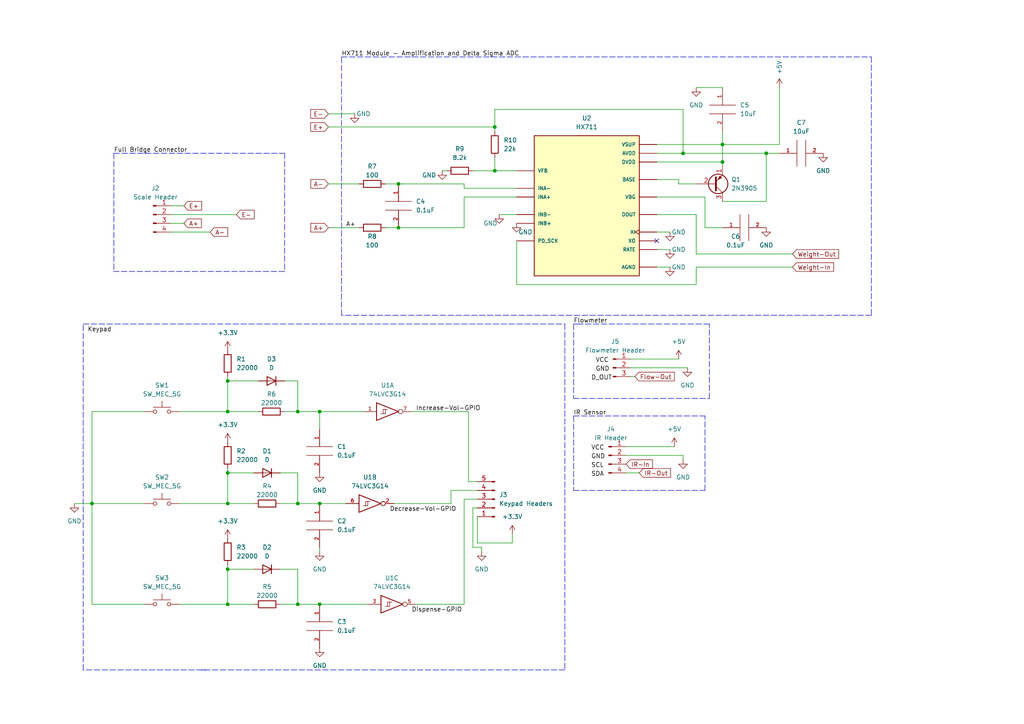
<source format=kicad_sch>
(kicad_sch (version 20211123) (generator eeschema)
  (paper "A4")
  (lib_symbols
    (symbol "74xGxx:74LVC3G14" (pin_names (offset 1.016))
      (property "Reference" "U" (at -2.54 3.81 0))
      (property "Value" "74LVC3G14" (at 0 -3.81 0))
      (symbol "74LVC3G14_0_1"
        (polyline (pts (xy -1.905 -0.635) (xy -1.27 -0.635) (xy -1.27 0.635)))
        (polyline (pts (xy -3.81 2.54) (xy -3.81 -2.54) (xy 2.54 0) (xy -3.81 2.54)) (stroke (width 0.254)))
        (polyline (pts (xy -2.54 -0.635) (xy -1.905 -0.635) (xy -1.905 0.635) (xy -0.635 0.635)))
        (pin power_in line (at 0 -2.54 270) (length 0) hide (name "GND") (number "4"))
        (pin power_in line (at 0 2.54 90) (length 0) hide (name "VCC") (number "8"))
      )
      (symbol "74LVC3G14_1_1"
        (pin input line (at -7.62 0 0) (length 3.81) (name "~") (number "1"))
        (pin output inverted (at 6.35 0 180) (length 3.81) (name "~") (number "7"))
      )
      (symbol "74LVC3G14_2_1"
        (pin output inverted (at 6.35 0 180) (length 3.81) (name "~") (number "2"))
        (pin input line (at -7.62 0 0) (length 3.81) (name "~") (number "6"))
      )
      (symbol "74LVC3G14_3_1"
        (pin input line (at -7.62 0 0) (length 3.81) (name "~") (number "3"))
        (pin output inverted (at 6.35 0 180) (length 3.81) (name "~") (number "5"))
      )
    )
    (symbol "Connector:Conn_01x03_Male" (pin_names (offset 1.016) hide)
      (property "Reference" "J" (at 0 5.08 0))
      (property "Value" "Conn_01x03_Male" (at 0 -5.08 0))
      (symbol "Conn_01x03_Male_1_1"
        (polyline (pts (xy 1.27 -2.54) (xy 0.8636 -2.54)) (stroke (width 0.1524)))
        (polyline (pts (xy 1.27 0) (xy 0.8636 0)) (stroke (width 0.1524)))
        (polyline (pts (xy 1.27 2.54) (xy 0.8636 2.54)) (stroke (width 0.1524)))
        (rectangle (start 0.8636 -2.413) (end 0 -2.667) (stroke (width 0.1524)) (fill (type outline)))
        (rectangle (start 0.8636 0.127) (end 0 -0.127) (stroke (width 0.1524)) (fill (type outline)))
        (rectangle (start 0.8636 2.667) (end 0 2.413) (stroke (width 0.1524)) (fill (type outline)))
        (pin passive line (at 5.08 2.54 180) (length 3.81) (name "Pin_1") (number "1"))
        (pin passive line (at 5.08 0 180) (length 3.81) (name "Pin_2") (number "2"))
        (pin passive line (at 5.08 -2.54 180) (length 3.81) (name "Pin_3") (number "3"))
      )
    )
    (symbol "Connector:Conn_01x04_Male" (pin_names (offset 1.016) hide)
      (property "Reference" "J" (at 0 5.08 0))
      (property "Value" "Conn_01x04_Male" (at 0 -7.62 0))
      (symbol "Conn_01x04_Male_1_1"
        (polyline (pts (xy 1.27 -5.08) (xy 0.8636 -5.08)) (stroke (width 0.1524)))
        (polyline (pts (xy 1.27 -2.54) (xy 0.8636 -2.54)) (stroke (width 0.1524)))
        (polyline (pts (xy 1.27 0) (xy 0.8636 0)) (stroke (width 0.1524)))
        (polyline (pts (xy 1.27 2.54) (xy 0.8636 2.54)) (stroke (width 0.1524)))
        (rectangle (start 0.8636 -4.953) (end 0 -5.207) (stroke (width 0.1524)) (fill (type outline)))
        (rectangle (start 0.8636 -2.413) (end 0 -2.667) (stroke (width 0.1524)) (fill (type outline)))
        (rectangle (start 0.8636 0.127) (end 0 -0.127) (stroke (width 0.1524)) (fill (type outline)))
        (rectangle (start 0.8636 2.667) (end 0 2.413) (stroke (width 0.1524)) (fill (type outline)))
        (pin passive line (at 5.08 2.54 180) (length 3.81) (name "Pin_1") (number "1"))
        (pin passive line (at 5.08 0 180) (length 3.81) (name "Pin_2") (number "2"))
        (pin passive line (at 5.08 -2.54 180) (length 3.81) (name "Pin_3") (number "3"))
        (pin passive line (at 5.08 -5.08 180) (length 3.81) (name "Pin_4") (number "4"))
      )
    )
    (symbol "Connector:Conn_01x05_Male" (pin_names (offset 1.016) hide)
      (property "Reference" "J" (at 0 7.62 0))
      (property "Value" "Conn_01x05_Male" (at 0 -7.62 0))
      (symbol "Conn_01x05_Male_1_1"
        (polyline (pts (xy 1.27 -5.08) (xy 0.8636 -5.08)) (stroke (width 0.1524)))
        (polyline (pts (xy 1.27 -2.54) (xy 0.8636 -2.54)) (stroke (width 0.1524)))
        (polyline (pts (xy 1.27 0) (xy 0.8636 0)) (stroke (width 0.1524)))
        (polyline (pts (xy 1.27 2.54) (xy 0.8636 2.54)) (stroke (width 0.1524)))
        (polyline (pts (xy 1.27 5.08) (xy 0.8636 5.08)) (stroke (width 0.1524)))
        (rectangle (start 0.8636 -4.953) (end 0 -5.207) (stroke (width 0.1524)) (fill (type outline)))
        (rectangle (start 0.8636 -2.413) (end 0 -2.667) (stroke (width 0.1524)) (fill (type outline)))
        (rectangle (start 0.8636 0.127) (end 0 -0.127) (stroke (width 0.1524)) (fill (type outline)))
        (rectangle (start 0.8636 2.667) (end 0 2.413) (stroke (width 0.1524)) (fill (type outline)))
        (rectangle (start 0.8636 5.207) (end 0 4.953) (stroke (width 0.1524)) (fill (type outline)))
        (pin passive line (at 5.08 5.08 180) (length 3.81) (name "Pin_1") (number "1"))
        (pin passive line (at 5.08 2.54 180) (length 3.81) (name "Pin_2") (number "2"))
        (pin passive line (at 5.08 0 180) (length 3.81) (name "Pin_3") (number "3"))
        (pin passive line (at 5.08 -2.54 180) (length 3.81) (name "Pin_4") (number "4"))
        (pin passive line (at 5.08 -5.08 180) (length 3.81) (name "Pin_5") (number "5"))
      )
    )
    (symbol "Device:D" (pin_numbers hide) (pin_names (offset 1.016) hide)
      (property "Reference" "D" (at 0 2.54 0))
      (property "Value" "D" (at 0 -2.54 0))
      (symbol "D_0_1"
        (polyline (pts (xy -1.27 1.27) (xy -1.27 -1.27)) (stroke (width 0.254)))
        (polyline (pts (xy 1.27 0) (xy -1.27 0)))
        (polyline (pts (xy 1.27 1.27) (xy 1.27 -1.27) (xy -1.27 0) (xy 1.27 1.27)) (stroke (width 0.254)))
      )
      (symbol "D_1_1"
        (pin passive line (at -3.81 0 0) (length 2.54) (name "K") (number "1"))
        (pin passive line (at 3.81 0 180) (length 2.54) (name "A") (number "2"))
      )
    )
    (symbol "Device:R" (pin_numbers hide) (pin_names (offset 0))
      (property "Reference" "R" (at 2.032 0 90))
      (property "Value" "R" (at 0 0 90))
      (symbol "R_0_1"
        (rectangle (start -1.016 -2.54) (end 1.016 2.54) (stroke (width 0.254)))
      )
      (symbol "R_1_1"
        (pin passive line (at 0 3.81 270) (length 1.27) (name "~") (number "1"))
        (pin passive line (at 0 -3.81 90) (length 1.27) (name "~") (number "2"))
      )
    )
    (symbol "HX711_1" (pin_numbers hide) (pin_names (offset 1.016))
      (property "Reference" "U" (at -15.24 22.86 0))
      (property "Value" "HX711_1" (at -15.24 -25.4 0))
      (symbol "HX711_1_0_0"
        (rectangle (start -15.24 -20.32) (end 15.24 20.32) (stroke (width 0.254)) (fill (type background)))
        (pin power_in line (at 20.32 17.78 180) (length 5.08) (name "VSUP") (number "1"))
        (pin input line (at -20.32 -5.08 0) (length 5.08) (name "INB+") (number "10"))
        (pin input line (at -20.32 -10.16 0) (length 5.08) (name "PD_SCK") (number "11"))
        (pin output line (at 20.32 -2.54 180) (length 5.08) (name "DOUT") (number "12"))
        (pin output line (at 20.32 -10.16 180) (length 5.08) (name "XO") (number "13"))
        (pin input clock (at 20.32 -7.62 180) (length 5.08) (name "XI") (number "14"))
        (pin input line (at 20.32 -12.7 180) (length 5.08) (name "RATE") (number "15"))
        (pin power_in line (at 20.32 12.7 180) (length 5.08) (name "DVDD") (number "16"))
        (pin output line (at 20.32 7.62 180) (length 5.08) (name "BASE") (number "2"))
        (pin power_in line (at 20.32 15.24 180) (length 5.08) (name "AVDD") (number "3"))
        (pin input line (at -20.32 10.16 0) (length 5.08) (name "VFB") (number "4"))
        (pin power_in line (at 20.32 -17.78 180) (length 5.08) (name "AGND") (number "5"))
        (pin output line (at 20.32 2.54 180) (length 5.08) (name "VBG") (number "6"))
        (pin input line (at -20.32 5.08 0) (length 5.08) (name "INA-") (number "7"))
        (pin input line (at -20.32 2.54 0) (length 5.08) (name "INA+") (number "8"))
        (pin input line (at -20.32 -2.54 0) (length 5.08) (name "INB-") (number "9"))
      )
    )
    (symbol "Switch:SW_MEC_5G" (pin_numbers hide) (pin_names (offset 1.016) hide)
      (property "Reference" "SW" (at 1.27 2.54 0))
      (property "Value" "SW_MEC_5G" (at 0 -1.524 0))
      (symbol "SW_MEC_5G_0_1"
        (circle (center -2.032 0) (radius 0.508))
        (polyline (pts (xy 0 1.27) (xy 0 3.048)))
        (polyline (pts (xy 2.54 1.27) (xy -2.54 1.27)))
        (circle (center 2.032 0) (radius 0.508))
        (pin passive line (at -5.08 0 0) (length 2.54) (name "A") (number "1"))
        (pin passive line (at 5.08 0 180) (length 2.54) (name "B") (number "3"))
      )
      (symbol "SW_MEC_5G_1_1"
        (pin passive line (at -5.08 0 0) (length 2.54) hide (name "A") (number "2"))
        (pin passive line (at 5.08 0 180) (length 2.54) hide (name "B") (number "4"))
      )
    )
    (symbol "Transistor_BJT:2N3905" (pin_names (offset 0) hide)
      (property "Reference" "Q" (at 5.08 1.905 0))
      (property "Value" "2N3905" (at 5.08 0 0))
      (symbol "2N3905_0_1"
        (polyline (pts (xy 0.635 0.635) (xy 2.54 2.54)))
        (polyline (pts (xy 0.635 -0.635) (xy 2.54 -2.54) (xy 2.54 -2.54)))
        (polyline (pts (xy 0.635 1.905) (xy 0.635 -1.905) (xy 0.635 -1.905)) (stroke (width 0.508)))
        (polyline (pts (xy 2.286 -1.778) (xy 1.778 -2.286) (xy 1.27 -1.27) (xy 2.286 -1.778) (xy 2.286 -1.778)) (fill (type outline)))
        (circle (center 1.27 0) (radius 2.8194) (stroke (width 0.254)))
      )
      (symbol "2N3905_1_1"
        (pin passive line (at 2.54 -5.08 90) (length 2.54) (name "E") (number "1"))
        (pin input line (at -5.08 0 0) (length 5.715) (name "B") (number "2"))
        (pin passive line (at 2.54 5.08 270) (length 2.54) (name "C") (number "3"))
      )
    )
    (symbol "power:+3.3V" (power) (pin_names (offset 0))
      (property "Value" "+3.3V" (at 0 3.556 0))
      (symbol "+3.3V_0_1"
        (polyline (pts (xy -0.762 1.27) (xy 0 2.54)))
        (polyline (pts (xy 0 0) (xy 0 2.54)))
        (polyline (pts (xy 0 2.54) (xy 0.762 1.27)))
      )
      (symbol "+3.3V_1_1"
        (pin power_in line (at 0 0 90) (length 0) hide (name "+3.3V") (number "1"))
      )
    )
    (symbol "power:+5V" (power) (pin_names (offset 0))
      (property "Value" "+5V" (at 0 3.556 0))
      (symbol "+5V_0_1"
        (polyline (pts (xy -0.762 1.27) (xy 0 2.54)))
        (polyline (pts (xy 0 0) (xy 0 2.54)))
        (polyline (pts (xy 0 2.54) (xy 0.762 1.27)))
      )
      (symbol "+5V_1_1"
        (pin power_in line (at 0 0 90) (length 0) hide (name "+5V") (number "1"))
      )
    )
    (symbol "power:GND" (power) (pin_names (offset 0))
      (property "Value" "GND" (at 0 -3.81 0))
      (symbol "GND_0_1"
        (polyline (pts (xy 0 0) (xy 0 -1.27) (xy 1.27 -1.27) (xy 0 -2.54) (xy -1.27 -1.27) (xy 0 -1.27)))
      )
      (symbol "GND_1_1"
        (pin power_in line (at 0 0 270) (length 0) hide (name "GND") (number "1"))
      )
    )
    (symbol "pspice:CAP" (pin_names (offset 0.254))
      (property "Reference" "C" (at 2.54 3.81 90))
      (property "Value" "CAP" (at 2.54 -3.81 90))
      (symbol "CAP_0_1"
        (polyline (pts (xy -3.81 -1.27) (xy 3.81 -1.27)))
        (polyline (pts (xy -3.81 1.27) (xy 3.81 1.27)))
      )
      (symbol "CAP_1_1"
        (pin passive line (at 0 6.35 270) (length 5.08) (name "~") (number "1"))
        (pin passive line (at 0 -6.35 90) (length 5.08) (name "~") (number "2"))
      )
    )
  )
  (junction (at 92.71 146.05))
  (junction (at 86.36 119.38))
  (junction (at 209.55 41.91))
  (junction (at 86.36 175.26))
  (junction (at 66.04 110.49))
  (junction (at 66.04 119.38))
  (junction (at 222.25 44.45))
  (junction (at 66.04 165.1))
  (junction (at 66.04 175.26))
  (junction (at 86.36 146.05))
  (junction (at 198.12 44.45))
  (junction (at 66.04 137.16))
  (junction (at 143.51 36.83))
  (junction (at 115.57 66.04))
  (junction (at 209.55 46.99))
  (junction (at 26.67 146.05))
  (junction (at 143.51 49.53))
  (junction (at 115.57 53.34))
  (junction (at 92.71 119.38))
  (junction (at 92.71 175.26))
  (junction (at 66.04 146.05))
  (no_connect (at 190.5 69.85))
  (wire (pts (xy 194.31 77.47) (xy 190.5 77.47)))
  (wire (pts (xy 181.61 129.54) (xy 195.58 129.54)))
  (wire (pts (xy 137.16 147.32) (xy 137.16 158.75)))
  (wire (pts (xy 66.04 165.1) (xy 66.04 175.26)))
  (wire (pts (xy 26.67 119.38) (xy 26.67 146.05)))
  (wire (pts (xy 194.31 67.31) (xy 190.5 67.31)))
  (polyline (pts (xy 24.13 194.31) (xy 24.13 93.98)))
  (wire (pts (xy 196.85 53.34) (xy 196.85 52.07)))
  (wire (pts (xy 86.36 146.05) (xy 92.71 146.05)))
  (wire (pts (xy 190.5 57.15) (xy 204.47 57.15)))
  (wire (pts (xy 201.93 25.4) (xy 209.55 25.4)))
  (wire (pts (xy 134.62 54.61) (xy 149.86 54.61)))
  (wire (pts (xy 143.51 49.53) (xy 149.86 49.53)))
  (wire (pts (xy 92.71 119.38) (xy 105.41 119.38)))
  (wire (pts (xy 26.67 175.26) (xy 41.91 175.26)))
  (polyline (pts (xy 204.47 142.24) (xy 204.47 120.65)))
  (wire (pts (xy 134.62 53.34) (xy 134.62 54.61)))
  (wire (pts (xy 196.85 52.07) (xy 190.5 52.07)))
  (wire (pts (xy 49.53 67.31) (xy 60.96 67.31)))
  (wire (pts (xy 190.5 44.45) (xy 198.12 44.45)))
  (wire (pts (xy 52.07 175.26) (xy 66.04 175.26)))
  (wire (pts (xy 182.88 104.14) (xy 196.85 104.14)))
  (wire (pts (xy 86.36 119.38) (xy 92.71 119.38)))
  (wire (pts (xy 148.59 154.94) (xy 148.59 157.48)))
  (wire (pts (xy 226.06 41.91) (xy 226.06 25.4)))
  (wire (pts (xy 66.04 175.26) (xy 73.66 175.26)))
  (wire (pts (xy 190.5 62.23) (xy 201.93 62.23)))
  (wire (pts (xy 182.88 106.68) (xy 199.39 106.68)))
  (wire (pts (xy 86.36 137.16) (xy 86.36 146.05)))
  (wire (pts (xy 66.04 119.38) (xy 74.93 119.38)))
  (polyline (pts (xy 163.83 93.98) (xy 163.83 194.31)))
  (wire (pts (xy 66.04 146.05) (xy 73.66 146.05)))
  (wire (pts (xy 66.04 137.16) (xy 73.66 137.16)))
  (wire (pts (xy 143.51 45.72) (xy 143.51 49.53)))
  (wire (pts (xy 49.53 59.69) (xy 53.34 59.69)))
  (wire (pts (xy 81.28 137.16) (xy 86.36 137.16)))
  (polyline (pts (xy 82.55 78.74) (xy 33.02 78.74)))
  (wire (pts (xy 144.78 62.23) (xy 149.86 62.23)))
  (wire (pts (xy 138.43 149.86) (xy 138.43 157.48)))
  (wire (pts (xy 204.47 66.04) (xy 209.55 66.04)))
  (wire (pts (xy 66.04 165.1) (xy 73.66 165.1)))
  (wire (pts (xy 95.25 66.04) (xy 104.14 66.04)))
  (wire (pts (xy 181.61 137.16) (xy 185.42 137.16)))
  (wire (pts (xy 130.81 142.24) (xy 138.43 142.24)))
  (polyline (pts (xy 24.13 93.98) (xy 163.83 93.98)))
  (wire (pts (xy 190.5 46.99) (xy 209.55 46.99)))
  (wire (pts (xy 143.51 31.75) (xy 143.51 36.83)))
  (wire (pts (xy 137.16 158.75) (xy 139.7 158.75)))
  (wire (pts (xy 201.93 53.34) (xy 196.85 53.34)))
  (wire (pts (xy 209.55 41.91) (xy 209.55 46.99)))
  (wire (pts (xy 81.28 175.26) (xy 86.36 175.26)))
  (polyline (pts (xy 166.37 120.65) (xy 204.47 120.65)))
  (wire (pts (xy 201.93 82.55) (xy 201.93 77.47)))
  (polyline (pts (xy 82.55 44.45) (xy 82.55 78.74)))
  (wire (pts (xy 134.62 144.78) (xy 138.43 144.78)))
  (polyline (pts (xy 167.64 93.98) (xy 166.37 93.98)))
  (wire (pts (xy 66.04 110.49) (xy 74.93 110.49)))
  (wire (pts (xy 222.25 44.45) (xy 222.25 58.42)))
  (polyline (pts (xy 166.37 115.57) (xy 205.74 115.57)))
  (wire (pts (xy 134.62 57.15) (xy 149.86 57.15)))
  (wire (pts (xy 209.55 58.42) (xy 222.25 58.42)))
  (wire (pts (xy 209.55 46.99) (xy 209.55 48.26)))
  (wire (pts (xy 92.71 119.38) (xy 92.71 124.46)))
  (wire (pts (xy 66.04 137.16) (xy 66.04 146.05)))
  (wire (pts (xy 119.38 119.38) (xy 135.89 119.38)))
  (polyline (pts (xy 33.02 44.45) (xy 33.02 78.74)))
  (wire (pts (xy 135.89 139.7) (xy 138.43 139.7)))
  (wire (pts (xy 52.07 119.38) (xy 66.04 119.38)))
  (wire (pts (xy 128.27 49.53) (xy 129.54 49.53)))
  (wire (pts (xy 86.36 165.1) (xy 86.36 175.26)))
  (polyline (pts (xy 163.83 194.31) (xy 24.13 194.31)))
  (wire (pts (xy 26.67 146.05) (xy 26.67 175.26)))
  (wire (pts (xy 86.36 175.26) (xy 92.71 175.26)))
  (wire (pts (xy 66.04 165.1) (xy 66.04 163.83)))
  (wire (pts (xy 115.57 53.34) (xy 134.62 53.34)))
  (wire (pts (xy 139.7 158.75) (xy 139.7 160.02)))
  (wire (pts (xy 26.67 146.05) (xy 41.91 146.05)))
  (wire (pts (xy 194.31 72.39) (xy 190.5 72.39)))
  (polyline (pts (xy 59.69 194.31) (xy 58.42 194.31)))
  (wire (pts (xy 138.43 147.32) (xy 137.16 147.32)))
  (wire (pts (xy 81.28 146.05) (xy 86.36 146.05)))
  (wire (pts (xy 95.25 36.83) (xy 143.51 36.83)))
  (wire (pts (xy 134.62 175.26) (xy 134.62 144.78)))
  (polyline (pts (xy 99.06 16.51) (xy 252.73 16.51)))
  (polyline (pts (xy 166.37 120.65) (xy 166.37 142.24)))
  (wire (pts (xy 81.28 165.1) (xy 86.36 165.1)))
  (polyline (pts (xy 205.74 93.98) (xy 167.64 93.98)))
  (wire (pts (xy 115.57 66.04) (xy 134.62 66.04)))
  (wire (pts (xy 95.25 33.02) (xy 102.87 33.02)))
  (polyline (pts (xy 97.79 17.78) (xy 97.79 17.78)))
  (polyline (pts (xy 33.02 44.45) (xy 82.55 44.45)))
  (wire (pts (xy 134.62 66.04) (xy 134.62 57.15)))
  (wire (pts (xy 49.53 62.23) (xy 68.58 62.23)))
  (wire (pts (xy 149.86 82.55) (xy 201.93 82.55)))
  (wire (pts (xy 135.89 119.38) (xy 135.89 139.7)))
  (wire (pts (xy 130.81 146.05) (xy 130.81 142.24)))
  (wire (pts (xy 209.55 41.91) (xy 226.06 41.91)))
  (polyline (pts (xy 205.74 115.57) (xy 205.74 93.98)))
  (wire (pts (xy 137.16 49.53) (xy 143.51 49.53)))
  (wire (pts (xy 66.04 110.49) (xy 66.04 119.38)))
  (wire (pts (xy 182.88 109.22) (xy 184.15 109.22)))
  (wire (pts (xy 92.71 158.75) (xy 92.71 160.02)))
  (wire (pts (xy 190.5 41.91) (xy 209.55 41.91)))
  (wire (pts (xy 198.12 44.45) (xy 222.25 44.45)))
  (wire (pts (xy 92.71 146.05) (xy 100.33 146.05)))
  (wire (pts (xy 181.61 132.08) (xy 198.12 132.08)))
  (polyline (pts (xy 99.06 91.44) (xy 99.06 16.51)))
  (wire (pts (xy 49.53 64.77) (xy 53.34 64.77)))
  (wire (pts (xy 111.76 53.34) (xy 115.57 53.34)))
  (polyline (pts (xy 252.73 16.51) (xy 252.73 91.44)))
  (wire (pts (xy 138.43 157.48) (xy 148.59 157.48)))
  (wire (pts (xy 41.91 119.38) (xy 26.67 119.38)))
  (wire (pts (xy 120.65 175.26) (xy 134.62 175.26)))
  (wire (pts (xy 201.93 62.23) (xy 201.93 73.66)))
  (wire (pts (xy 222.25 44.45) (xy 226.06 44.45)))
  (wire (pts (xy 86.36 110.49) (xy 86.36 119.38)))
  (wire (pts (xy 66.04 137.16) (xy 66.04 135.89)))
  (wire (pts (xy 66.04 110.49) (xy 66.04 109.22)))
  (wire (pts (xy 82.55 110.49) (xy 86.36 110.49)))
  (wire (pts (xy 92.71 175.26) (xy 106.68 175.26)))
  (wire (pts (xy 198.12 132.08) (xy 198.12 133.35)))
  (wire (pts (xy 111.76 66.04) (xy 115.57 66.04)))
  (wire (pts (xy 52.07 146.05) (xy 66.04 146.05)))
  (wire (pts (xy 201.93 73.66) (xy 229.87 73.66)))
  (wire (pts (xy 114.3 146.05) (xy 130.81 146.05)))
  (polyline (pts (xy 166.37 93.98) (xy 166.37 115.57)))
  (wire (pts (xy 82.55 119.38) (xy 86.36 119.38)))
  (polyline (pts (xy 252.73 91.44) (xy 99.06 91.44)))
  (wire (pts (xy 201.93 77.47) (xy 229.87 77.47)))
  (wire (pts (xy 143.51 31.75) (xy 198.12 31.75)))
  (wire (pts (xy 21.59 146.05) (xy 26.67 146.05)))
  (wire (pts (xy 209.55 38.1) (xy 209.55 41.91)))
  (polyline (pts (xy 166.37 142.24) (xy 204.47 142.24)))
  (wire (pts (xy 149.86 69.85) (xy 149.86 82.55)))
  (wire (pts (xy 143.51 36.83) (xy 143.51 38.1)))
  (wire (pts (xy 204.47 57.15) (xy 204.47 66.04)))
  (wire (pts (xy 198.12 31.75) (xy 198.12 44.45)))
  (wire (pts (xy 95.25 53.34) (xy 104.14 53.34)))
  (label "Flowmeter" (at 166.37 93.98 0))
  (label "Decrease-Vol-GPIO" (at 113.03 148.59 0))
  (label "HX711 Module - Amplification and Delta Sigma ADC" (at 99.06 16.51 0))
  (label "Increase-Vol-GPIO" (at 120.65 119.38 0))
  (label "IR Sensor" (at 166.37 120.65 0))
  (label "D_OUT" (at 171.45 110.49 0))
  (label "SCL" (at 171.45 135.89 0))
  (label "Full Bridge Connector" (at 33.02 44.45 0))
  (label "Keypad" (at 25.4 96.52 0))
  (label "VCC" (at 171.45 130.81 0))
  (label "GND" (at 171.45 133.35 0))
  (label "VCC" (at 172.72 105.41 0))
  (label "GND" (at 172.72 107.95 0))
  (label "A+" (at 100.33 66.04 0))
  (label "Dispense-GPIO" (at 119.38 177.8 0))
  (label "SDA" (at 171.45 138.43 0))
  (global_label "IR-Out" (shape input) (at 185.42 137.16 0) (property "Intersheet References" "${INTERSHEET_REFS}" (effects hide)))
  (global_label "A+" (shape input) (at 53.34 64.77 0) (property "Intersheet References" "${INTERSHEET_REFS}" (effects hide)))
  (global_label "E-" (shape input) (at 95.25 33.02 180) (property "Intersheet References" "${INTERSHEET_REFS}" (effects hide)))
  (global_label "Weight-Out" (shape input) (at 229.87 73.66 0) (property "Intersheet References" "${INTERSHEET_REFS}" (effects hide)))
  (global_label "IR-In" (shape input) (at 181.61 134.62 0) (property "Intersheet References" "${INTERSHEET_REFS}" (effects hide)))
  (global_label "E-" (shape input) (at 68.58 62.23 0) (property "Intersheet References" "${INTERSHEET_REFS}" (effects hide)))
  (global_label "E+" (shape input) (at 53.34 59.69 0) (property "Intersheet References" "${INTERSHEET_REFS}" (effects hide)))
  (global_label "Flow-Out" (shape input) (at 184.15 109.22 0) (property "Intersheet References" "${INTERSHEET_REFS}" (effects hide)))
  (global_label "A-" (shape input) (at 60.96 67.31 0) (property "Intersheet References" "${INTERSHEET_REFS}" (effects hide)))
  (global_label "A+" (shape input) (at 95.25 66.04 180) (property "Intersheet References" "${INTERSHEET_REFS}" (effects hide)))
  (global_label "E+" (shape input) (at 95.25 36.83 180) (property "Intersheet References" "${INTERSHEET_REFS}" (effects hide)))
  (global_label "A-" (shape input) (at 95.25 53.34 180) (property "Intersheet References" "${INTERSHEET_REFS}" (effects hide)))
  (global_label "Weight-In" (shape input) (at 229.87 77.47 0) (property "Intersheet References" "${INTERSHEET_REFS}" (effects hide)))
  (symbol (lib_id "power:+3.3V") (at 66.04 128.27 0) (unit 1)
    (property "Reference" "#PWR05" (effects hide))
    (property "Value" "+3.3V" (at 66.04 123.19 0))
  )
  (symbol (lib_id "Device:R") (at 66.04 160.02 0) (unit 1)
    (property "Reference" "R3" (at 68.58 158.7499 0) (effects (justify left)))
    (property "Value" "22000" (at 68.58 161.2899 0) (effects (justify left)))
    (property "Footprint" "Resistor_SMD:R_0603_1608Metric_Pad0.98x0.95mm_HandSolder" (effects hide))
  )
  (symbol (lib_id "Connector:Conn_01x04_Male") (at 44.45 62.23 0) (unit 1)
    (property "Reference" "J2" (at 45.085 54.61 0))
    (property "Value" "Scale Header" (at 45.085 57.15 0))
    (property "Footprint" "Connector_Molex:Molex_KK-396_A-41791-0004_1x04_P3.96mm_Vertical" (effects hide))
  )
  (symbol (lib_id "74xGxx:74LVC3G14") (at 113.03 119.38 0) (unit 1)
    (property "Reference" "U1" (at 112.395 111.76 0))
    (property "Value" "74LVC3G14" (at 112.395 114.3 0))
    (property "Footprint" "Package_SO:MSOP-8_3x3mm_P0.65mm" (effects hide))
    (property "Datasheet" "https://www.ti.com/lit/ds/symlink/sn74lvc3g14.pdf" (effects hide))
  )
  (symbol (lib_id "Device:R") (at 143.51 41.91 0) (unit 1)
    (property "Reference" "R10" (at 146.05 40.6399 0) (effects (justify left)))
    (property "Value" "22k" (at 146.05 43.1799 0) (effects (justify left)))
    (property "Footprint" "Resistor_SMD:R_0603_1608Metric_Pad0.98x0.95mm_HandSolder" (effects hide))
  )
  (symbol (lib_id "power:+3.3V") (at 66.04 156.21 0) (unit 1)
    (property "Reference" "#PWR06" (effects hide))
    (property "Value" "+3.3V" (at 66.04 151.13 0))
  )
  (symbol (lib_id "power:GND") (at 201.93 25.4 0) (unit 1)
    (property "Reference" "#PWR023" (effects hide))
    (property "Value" "GND" (at 201.93 30.48 0))
  )
  (symbol (lib_id "pspice:CAP") (at 115.57 59.69 0) (unit 1)
    (property "Reference" "C4" (at 120.65 58.4199 0) (effects (justify left)))
    (property "Value" "0.1uF" (at 120.65 60.9599 0) (effects (justify left)))
    (property "Footprint" "Capacitor_SMD:C_0603_1608Metric_Pad1.08x0.95mm_HandSolder" (effects hide))
  )
  (symbol (lib_id "power:GND") (at 194.31 77.47 0) (unit 1)
    (property "Reference" "#PWR018" (effects hide))
    (property "Value" "GND" (at 196.85 77.47 0))
  )
  (symbol (lib_id "Transistor_BJT:2N3905") (at 207.01 53.34 0) (mirror x) (unit 1)
    (property "Reference" "Q1" (at 212.09 52.0699 0) (effects (justify left)))
    (property "Value" "2N3905" (at 212.09 54.6099 0) (effects (justify left)))
    (property "Footprint" "Library:SOT-23_Handsoldering" (effects hide))
    (property "Datasheet" "https://www.nteinc.com/specs/original/2N3905_06.pdf" (effects hide))
  )
  (symbol (lib_id "power:GND") (at 198.12 133.35 0) (unit 1)
    (property "Reference" "#PWR021" (effects hide))
    (property "Value" "GND" (at 198.12 138.43 0))
  )
  (symbol (lib_id "Switch:SW_MEC_5G") (at 46.99 119.38 0) (unit 1)
    (property "Reference" "SW1" (at 46.99 111.76 0))
    (property "Value" "SW_MEC_5G" (at 46.99 114.3 0))
    (property "Footprint" "Button_Switch_THT:KSA_Tactile_SPST" (effects hide))
    (property "Datasheet" "http://www.apem.com/int/index.php?controller=attachment&id_attachment=488" (effects hide))
  )
  (symbol (lib_id "power:GND") (at 21.59 146.05 0) (unit 1)
    (property "Reference" "#PWR01" (effects hide))
    (property "Value" "GND" (at 21.59 151.13 0))
  )
  (symbol (lib_id "74xGxx:74LVC3G14") (at 107.95 146.05 0) (unit 2)
    (property "Reference" "U1" (at 107.315 138.43 0))
    (property "Value" "74LVC3G14" (at 107.315 140.97 0))
    (property "Footprint" "Package_SO:MSOP-8_3x3mm_P0.65mm" (effects hide))
    (property "Datasheet" "https://www.ti.com/lit/ds/symlink/sn74lvc3g14.pdf" (effects hide))
  )
  (symbol (lib_id "74xGxx:74LVC3G14") (at 114.3 175.26 0) (unit 3)
    (property "Reference" "U1" (at 113.665 167.64 0))
    (property "Value" "74LVC3G14" (at 113.665 170.18 0))
    (property "Footprint" "Package_SO:MSOP-8_3x3mm_P0.65mm" (effects hide))
    (property "Datasheet" "https://www.ti.com/lit/ds/symlink/sn74lvc3g14.pdf" (effects hide))
  )
  (symbol (lib_id "Device:R") (at 77.47 146.05 270) (unit 1)
    (property "Reference" "R4" (at 77.47 140.97 90))
    (property "Value" "22000" (at 77.47 143.51 90))
    (property "Footprint" "Resistor_SMD:R_0603_1608Metric_Pad0.98x0.95mm_HandSolder" (effects hide))
  )
  (symbol (lib_id "power:+3.3V") (at 66.04 101.6 0) (unit 1)
    (property "Reference" "#PWR04" (effects hide))
    (property "Value" "+3.3V" (at 66.04 96.52 0))
  )
  (symbol (lib_id "power:+3.3V") (at 148.59 154.94 0) (unit 1)
    (property "Reference" "#PWR014" (effects hide))
    (property "Value" "+3.3V" (at 148.59 149.86 0))
  )
  (symbol (lib_id "Device:D") (at 77.47 137.16 180) (unit 1)
    (property "Reference" "D1" (at 77.47 130.81 0))
    (property "Value" "D" (at 77.47 133.35 0))
    (property "Footprint" "Diode_SMD:D_0603_1608Metric_Pad1.05x0.95mm_HandSolder" (effects hide))
  )
  (symbol (lib_id "Device:R") (at 78.74 119.38 90) (unit 1)
    (property "Reference" "R6" (at 78.74 114.3 90))
    (property "Value" "22000" (at 78.74 116.84 90))
    (property "Footprint" "Resistor_SMD:R_0603_1608Metric_Pad0.98x0.95mm_HandSolder" (effects hide))
  )
  (symbol (lib_id "power:GND") (at 238.76 44.45 0) (unit 1)
    (property "Reference" "#PWR026" (effects hide))
    (property "Value" "GND" (at 238.76 49.53 0))
  )
  (symbol (lib_id "Device:R") (at 66.04 105.41 0) (unit 1)
    (property "Reference" "R1" (at 68.58 104.1399 0) (effects (justify left)))
    (property "Value" "22000" (at 68.58 106.6799 0) (effects (justify left)))
    (property "Footprint" "Resistor_SMD:R_0603_1608Metric_Pad0.98x0.95mm_HandSolder" (effects hide))
  )
  (symbol (lib_id "Device:R") (at 66.04 132.08 0) (unit 1)
    (property "Reference" "R2" (at 68.58 130.8099 0) (effects (justify left)))
    (property "Value" "22000" (at 68.58 133.3499 0) (effects (justify left)))
    (property "Footprint" "Resistor_SMD:R_0603_1608Metric_Pad0.98x0.95mm_HandSolder" (effects hide))
  )
  (symbol (lib_id "Connector:Conn_01x05_Male") (at 143.51 144.78 180) (unit 1)
    (property "Reference" "J3" (at 144.78 143.5099 0) (effects (justify right)))
    (property "Value" "Keypad Headers" (at 144.78 146.0499 0) (effects (justify right)))
    (property "Footprint" "Connector_Molex:Molex_KK-396_A-41791-0005_1x05_P3.96mm_Vertical" (effects hide))
  )
  (symbol (lib_id "power:GND") (at 92.71 160.02 0) (unit 1)
    (property "Reference" "#PWR08" (effects hide))
    (property "Value" "GND" (at 92.71 165.1 0))
  )
  (symbol (lib_id "pspice:CAP") (at 209.55 31.75 0) (unit 1)
    (property "Reference" "C5" (at 214.63 30.4799 0) (effects (justify left)))
    (property "Value" "10uF" (at 214.63 33.0199 0) (effects (justify left)))
    (property "Footprint" "Capacitor_SMD:C_0603_1608Metric_Pad1.08x0.95mm_HandSolder" (effects hide))
  )
  (symbol (lib_id "power:GND") (at 102.87 33.02 0) (unit 1)
    (property "Reference" "#PWR010" (effects hide))
    (property "Value" "GND" (at 105.41 33.02 0))
  )
  (symbol (lib_id "power:GND") (at 139.7 160.02 0) (unit 1)
    (property "Reference" "#PWR012" (effects hide))
    (property "Value" "GND" (at 139.7 165.1 0))
  )
  (symbol (lib_id "Device:R") (at 107.95 53.34 90) (unit 1)
    (property "Reference" "R7" (at 107.95 48.26 90))
    (property "Value" "100" (at 107.95 50.8 90))
    (property "Footprint" "Resistor_SMD:R_0603_1608Metric_Pad0.98x0.95mm_HandSolder" (effects hide))
  )
  (symbol (lib_id "power:GND") (at 92.71 187.96 0) (unit 1)
    (property "Reference" "#PWR09" (effects hide))
    (property "Value" "GND" (at 92.71 193.04 0))
  )
  (symbol (lib_id "pspice:CAP") (at 232.41 44.45 90) (unit 1)
    (property "Reference" "C7" (at 232.41 35.56 90))
    (property "Value" "10uF" (at 232.41 38.1 90))
    (property "Footprint" "Capacitor_SMD:C_0603_1608Metric_Pad1.08x0.95mm_HandSolder" (effects hide))
  )
  (symbol (lib_id "power:GND") (at 92.71 137.16 0) (unit 1)
    (property "Reference" "#PWR07" (effects hide))
    (property "Value" "GND" (at 92.71 142.24 0))
  )
  (symbol (lib_id "power:GND") (at 144.78 62.23 0) (unit 1)
    (property "Reference" "#PWR013" (effects hide))
    (property "Value" "GND" (at 142.24 64.77 0))
  )
  (symbol (lib_id "Device:D") (at 77.47 165.1 180) (unit 1)
    (property "Reference" "D2" (at 77.47 158.75 0))
    (property "Value" "D" (at 77.47 161.29 0))
    (property "Footprint" "Diode_SMD:D_0603_1608Metric_Pad1.05x0.95mm_HandSolder" (effects hide))
  )
  (symbol (lib_id "Switch:SW_MEC_5G") (at 46.99 146.05 0) (unit 1)
    (property "Reference" "SW2" (at 46.99 138.43 0))
    (property "Value" "SW_MEC_5G" (at 46.99 140.97 0))
    (property "Footprint" "Button_Switch_THT:KSA_Tactile_SPST" (effects hide))
    (property "Datasheet" "http://www.apem.com/int/index.php?controller=attachment&id_attachment=488" (effects hide))
  )
  (symbol (lib_id "power:GND") (at 194.31 67.31 0) (unit 1)
    (property "Reference" "#PWR016" (effects hide))
    (property "Value" "GND" (at 196.85 67.31 0))
  )
  (symbol (lib_id "power:GND") (at 199.39 106.68 0) (unit 1)
    (property "Reference" "#PWR022" (effects hide))
    (property "Value" "GND" (at 199.39 111.76 0))
  )
  (symbol (lib_id "Device:D") (at 78.74 110.49 180) (unit 1)
    (property "Reference" "D3" (at 78.74 104.14 0))
    (property "Value" "D" (at 78.74 106.68 0))
    (property "Footprint" "Diode_SMD:D_0603_1608Metric_Pad1.05x0.95mm_HandSolder" (effects hide))
  )
  (symbol (lib_id "power:GND") (at 128.27 49.53 0) (unit 1)
    (property "Reference" "#PWR011" (effects hide))
    (property "Value" "GND" (at 124.46 50.8 0))
  )
  (symbol (lib_id "power:+5V") (at 226.06 25.4 0) (unit 1)
    (property "Reference" "#PWR025" (effects hide))
    (property "Value" "+5V" (at 226.06 21.59 90) (effects (justify left)))
  )
  (symbol (lib_id "pspice:CAP") (at 92.71 181.61 0) (unit 1)
    (property "Reference" "C3" (at 97.79 180.3399 0) (effects (justify left)))
    (property "Value" "0.1uF" (at 97.79 182.8799 0) (effects (justify left)))
    (property "Footprint" "Capacitor_SMD:C_0603_1608Metric_Pad1.08x0.95mm_HandSolder" (effects hide))
  )
  (symbol (lib_id "Device:R") (at 133.35 49.53 90) (unit 1)
    (property "Reference" "R9" (at 133.35 43.18 90))
    (property "Value" "8.2k" (at 133.35 45.72 90))
    (property "Footprint" "Resistor_SMD:R_0603_1608Metric_Pad0.98x0.95mm_HandSolder" (effects hide))
  )
  (symbol (lib_id "Connector:Conn_01x04_Male") (at 176.53 132.08 0) (unit 1)
    (property "Reference" "J4" (at 177.165 124.46 0))
    (property "Value" "IR Header" (at 177.165 127 0))
    (property "Footprint" "Connector_Molex:Molex_KK-396_A-41791-0004_1x04_P3.96mm_Vertical" (effects hide))
  )
  (symbol (lib_id "Device:R") (at 77.47 175.26 90) (mirror x) (unit 1)
    (property "Reference" "R5" (at 77.47 170.18 90))
    (property "Value" "22000" (at 77.47 172.72 90))
    (property "Footprint" "Resistor_SMD:R_0603_1608Metric_Pad0.98x0.95mm_HandSolder" (effects hide))
  )
  (symbol (lib_id "Device:R") (at 107.95 66.04 90) (unit 1)
    (property "Reference" "R8" (at 107.95 68.58 90))
    (property "Value" "100" (at 107.95 71.12 90))
    (property "Footprint" "Resistor_SMD:R_0603_1608Metric_Pad0.98x0.95mm_HandSolder" (effects hide))
  )
  (symbol (lib_id "pspice:CAP") (at 92.71 152.4 0) (unit 1)
    (property "Reference" "C2" (at 97.79 151.1299 0) (effects (justify left)))
    (property "Value" "0.1uF" (at 97.79 153.6699 0) (effects (justify left)))
    (property "Footprint" "Capacitor_SMD:C_0603_1608Metric_Pad1.08x0.95mm_HandSolder" (effects hide))
  )
  (symbol (lib_id "power:GND") (at 149.86 64.77 0) (unit 1)
    (property "Reference" "#PWR015" (effects hide))
    (property "Value" "GND" (at 152.4 67.31 0))
  )
  (symbol (lib_id "power:+5V") (at 195.58 129.54 0) (unit 1)
    (property "Reference" "#PWR019" (effects hide))
    (property "Value" "+5V" (at 195.58 124.46 0))
  )
  (symbol (lib_name "HX711_1") (lib_id "Sensor_System_Sen_Des:HX711") (at 170.18 59.69 0) (unit 1)
    (property "Reference" "U2" (at 170.18 34.29 0))
    (property "Value" "HX711" (at 170.18 36.83 0))
    (property "Footprint" "Library:SOP-16L-HX711" (effects hide))
    (property "MAXIMUM_PACKAGE_HEIGHT" "1.8 mm" (effects hide))
    (property "STANDARD" "IPC-7351B" (effects hide))
    (property "PARTREV" "V2.0" (effects hide))
    (property "MANUFACTURER" "Avia Semiconductor" (effects hide))
    (property "SNAPEDA_PN" "HX711" (effects hide))
  )
  (symbol (lib_id "Switch:SW_MEC_5G") (at 46.99 175.26 0) (unit 1)
    (property "Reference" "SW3" (at 46.99 167.64 0))
    (property "Value" "SW_MEC_5G" (at 46.99 170.18 0))
    (property "Footprint" "Button_Switch_THT:KSA_Tactile_SPST" (effects hide))
    (property "Datasheet" "http://www.apem.com/int/index.php?controller=attachment&id_attachment=488" (effects hide))
  )
  (symbol (lib_id "Connector:Conn_01x03_Male") (at 177.8 106.68 0) (unit 1)
    (property "Reference" "J5" (at 178.435 99.06 0))
    (property "Value" "Flowmeter Header" (at 178.435 101.6 0))
    (property "Footprint" "Connector_Molex:Molex_KK-396_A-41791-0003_1x03_P3.96mm_Vertical" (effects hide))
  )
  (symbol (lib_id "pspice:CAP") (at 215.9 66.04 90) (unit 1)
    (property "Reference" "C6" (at 213.36 68.58 90))
    (property "Value" "0.1uF" (at 213.36 71.12 90))
    (property "Footprint" "Capacitor_SMD:C_0603_1608Metric_Pad1.08x0.95mm_HandSolder" (effects hide))
  )
  (symbol (lib_id "power:GND") (at 194.31 72.39 0) (unit 1)
    (property "Reference" "#PWR017" (effects hide))
    (property "Value" "GND" (at 196.85 72.39 0))
  )
  (symbol (lib_id "pspice:CAP") (at 92.71 130.81 0) (unit 1)
    (property "Reference" "C1" (at 97.79 129.5399 0) (effects (justify left)))
    (property "Value" "0.1uF" (at 97.79 132.0799 0) (effects (justify left)))
    (property "Footprint" "Capacitor_SMD:C_0603_1608Metric_Pad1.08x0.95mm_HandSolder" (effects hide))
  )
  (symbol (lib_id "power:GND") (at 222.25 66.04 0) (unit 1)
    (property "Reference" "#PWR024" (effects hide))
    (property "Value" "GND" (at 222.25 71.12 0))
  )
  (symbol (lib_id "power:+5V") (at 196.85 104.14 0) (unit 1)
    (property "Reference" "#PWR020" (effects hide))
    (property "Value" "+5V" (at 196.85 99.06 0))
  )
  (sheet (at 308.61 218.44) (size 304.8 68.58) (stroke (width 0.1524))
    (property "Sheet name" "MCU" (at 308.61 217.7284 0) (effects (justify left bottom)))
    (property "Sheet file" "MCU.kicad_sch" (at 308.61 287.6046 0) (effects (justify left top)))
  )
  (sheet (at 307.34 0) (size 307.34 210.82) (stroke (width 0.1524))
    (property "Sheet name" "Power Subsystem" (at 307.34 -0.7116 0) (effects (justify left bottom)))
    (property "Sheet file" "power.kicad_sch" (at 307.34 211.4046 0) (effects (justify left top)))
  )
)
</source>
